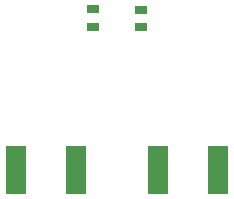
<source format=gbp>
G04*
G04 #@! TF.GenerationSoftware,Altium Limited,Altium Designer,24.5.2 (23)*
G04*
G04 Layer_Color=128*
%FSLAX25Y25*%
%MOIN*%
G70*
G04*
G04 #@! TF.SameCoordinates,D8E2250F-7F27-460B-B064-3203462A9BAC*
G04*
G04*
G04 #@! TF.FilePolarity,Positive*
G04*
G01*
G75*
%ADD25R,0.04331X0.03150*%
%ADD27R,0.07000X0.16000*%
D25*
X166532Y60343D02*
D03*
Y66248D02*
D03*
X182283Y66142D02*
D03*
Y60236D02*
D03*
D27*
X208032Y12795D02*
D03*
X188031D02*
D03*
X140787Y12598D02*
D03*
X160787D02*
D03*
M02*

</source>
